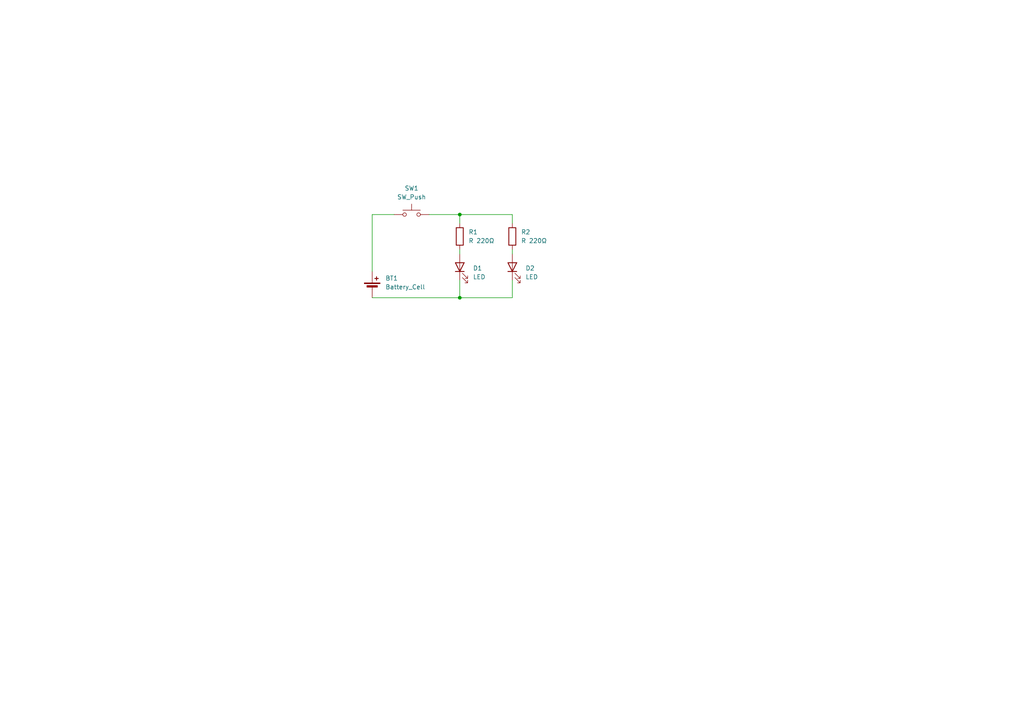
<source format=kicad_sch>
(kicad_sch (version 20250114) (generator "eeschema") (generator_version "9.0")
  (paper "A4")
  (lib_symbols
    (symbol "Device:Battery_Cell" (pin_numbers (hide yes)) (pin_names (offset 0) (hide yes))
      (property "Reference" "BT" (at 2.54 2.54 0))
      (property "Value" "Battery_Cell" (at 2.54 0 0))
      (symbol "Battery_Cell_0_1"
        (rectangle (start -2.286 1.778) (end 2.286 1.524) (fill (type outline)))
        (rectangle (start -1.524 1.016) (end 1.524 0.508) (fill (type outline)))
        (polyline (pts (xy 0 1.778) (xy 0 2.54)))
        (polyline (pts (xy 0 0.762) (xy 0 0)))
        (polyline (pts (xy 0.762 3.048) (xy 1.778 3.048)) (stroke (width 0.254)))
        (polyline (pts (xy 1.27 3.556) (xy 1.27 2.54)) (stroke (width 0.254)))
      )
      (symbol "Battery_Cell_1_1"
        (pin passive line (at 0 5.08 270) (length 2.54) (name "+") (number "1"))
        (pin passive line (at 0 -2.54 90) (length 2.54) (name "-") (number "2"))
      )
    )
    (symbol "Device:LED" (pin_numbers (hide yes)) (pin_names (offset 1.016) (hide yes))
      (property "Reference" "D" (at 0 2.54 0))
      (property "Value" "LED" (at 0 -2.54 0))
      (symbol "LED_0_1"
        (polyline (pts (xy -3.048 -0.762) (xy -4.572 -2.286) (xy -3.81 -2.286) (xy -4.572 -2.286) (xy -4.572 -1.524)))
        (polyline (pts (xy -1.778 -0.762) (xy -3.302 -2.286) (xy -2.54 -2.286) (xy -3.302 -2.286) (xy -3.302 -1.524)))
        (polyline (pts (xy -1.27 0) (xy 1.27 0)))
        (polyline (pts (xy -1.27 -1.27) (xy -1.27 1.27)) (stroke (width 0.254)))
        (polyline (pts (xy 1.27 -1.27) (xy 1.27 1.27) (xy -1.27 0) (xy 1.27 -1.27)) (stroke (width 0.254)))
      )
      (symbol "LED_1_1"
        (pin passive line (at -3.81 0 0) (length 2.54) (name "K") (number "1"))
        (pin passive line (at 3.81 0 180) (length 2.54) (name "A") (number "2"))
      )
    )
    (symbol "Device:R" (pin_numbers (hide yes)) (pin_names (offset 0))
      (property "Reference" "R" (at 2.032 0 90))
      (property "Value" "R" (at 0 0 90))
      (symbol "R_0_1"
        (rectangle (start -1.016 -2.54) (end 1.016 2.54) (stroke (width 0.254)))
      )
      (symbol "R_1_1"
        (pin passive line (at 0 3.81 270) (length 1.27) (name "~") (number "1"))
        (pin passive line (at 0 -3.81 90) (length 1.27) (name "~") (number "2"))
      )
    )
    (symbol "Switch:SW_Push" (pin_numbers (hide yes)) (pin_names (offset 1.016) (hide yes))
      (property "Reference" "SW" (at 1.27 2.54 0))
      (property "Value" "SW_Push" (at 0 -1.524 0))
      (symbol "SW_Push_0_1"
        (circle (center -2.032 0) (radius 0.508))
        (polyline (pts (xy 0 1.27) (xy 0 3.048)))
        (circle (center 2.032 0) (radius 0.508))
        (polyline (pts (xy 2.54 1.27) (xy -2.54 1.27)))
        (pin passive line (at -5.08 0 0) (length 2.54) (name "1") (number "1"))
        (pin passive line (at 5.08 0 180) (length 2.54) (name "2") (number "2"))
      )
    )
  )
  (junction (at 133.35 86.36))
  (junction (at 133.35 62.23))
  (wire (pts (xy 114.3 62.23) (xy 107.95 62.23)))
  (wire (pts (xy 107.95 86.36) (xy 133.35 86.36)))
  (wire (pts (xy 148.59 64.77) (xy 148.59 62.23)))
  (wire (pts (xy 133.35 64.77) (xy 133.35 62.23)))
  (wire (pts (xy 133.35 81.28) (xy 133.35 86.36)))
  (wire (pts (xy 148.59 81.28) (xy 148.59 86.36)))
  (wire (pts (xy 107.95 62.23) (xy 107.95 78.74)))
  (wire (pts (xy 133.35 73.66) (xy 133.35 72.39)))
  (wire (pts (xy 133.35 62.23) (xy 148.59 62.23)))
  (wire (pts (xy 148.59 73.66) (xy 148.59 72.39)))
  (wire (pts (xy 133.35 62.23) (xy 124.46 62.23)))
  (wire (pts (xy 133.35 86.36) (xy 148.59 86.36)))
  (symbol (lib_id "Switch:SW_Push") (at 119.38 62.23 0) (unit 1)
    (property "Reference" "SW1" (at 119.38 54.61 0))
    (property "Value" "SW_Push" (at 119.38 57.15 0))
    (property "Footprint" "Button_Switch_THT:SW_PUSH_6mm" (effects (hide yes)))
    (property "Description" "Push button switch, generic, two pins" (effects (hide yes)))
  )
  (symbol (lib_id "Device:R") (at 133.35 68.58 0) (unit 1)
    (property "Reference" "R1" (at 135.89 67.3099 0) (effects (justify left)))
    (property "Value" "R 220Ω" (at 135.89 69.8499 0) (effects (justify left)))
    (property "Footprint" "Resistor_THT:R_Axial_DIN0207_L6.3mm_D2.5mm_P7.62mm_Horizontal" (effects (hide yes)))
    (property "Description" "Resistor" (effects (hide yes)))
  )
  (symbol (lib_id "Device:Battery_Cell") (at 107.95 83.82 0) (unit 1)
    (property "Reference" "BT1" (at 111.76 80.7084 0) (effects (justify left)))
    (property "Value" "Battery_Cell" (at 111.76 83.2484 0) (effects (justify left)))
    (property "Footprint" "Battery:BatteryHolder_Keystone_3034_1x20mm" (effects (hide yes)))
    (property "Description" "Single-cell battery" (effects (hide yes)))
  )
  (symbol (lib_id "Device:LED") (at 148.59 77.47 90) (unit 1)
    (property "Reference" "D2" (at 152.4 77.7874 90) (effects (justify right)))
    (property "Value" "LED" (at 152.4 80.3274 90) (effects (justify right)))
    (property "Footprint" "LED_THT:LED_D5.0mm" (effects (hide yes)))
    (property "Description" "Light emitting diode" (effects (hide yes)))
    (property "Sim.Pins" "1=K 2=A" (effects (hide yes)))
  )
  (symbol (lib_id "Device:R") (at 148.59 68.58 0) (unit 1)
    (property "Reference" "R2" (at 151.13 67.3099 0) (effects (justify left)))
    (property "Value" "R 220Ω" (at 151.13 69.8499 0) (effects (justify left)))
    (property "Footprint" "Resistor_THT:R_Axial_DIN0207_L6.3mm_D2.5mm_P7.62mm_Horizontal" (effects (hide yes)))
    (property "Description" "Resistor" (effects (hide yes)))
  )
  (symbol (lib_id "Device:LED") (at 133.35 77.47 90) (unit 1)
    (property "Reference" "D1" (at 137.16 77.7874 90) (effects (justify right)))
    (property "Value" "LED" (at 137.16 80.3274 90) (effects (justify right)))
    (property "Footprint" "LED_THT:LED_D5.0mm" (effects (hide yes)))
    (property "Description" "Light emitting diode" (effects (hide yes)))
    (property "Sim.Pins" "1=K 2=A" (effects (hide yes)))
  )
)
</source>
